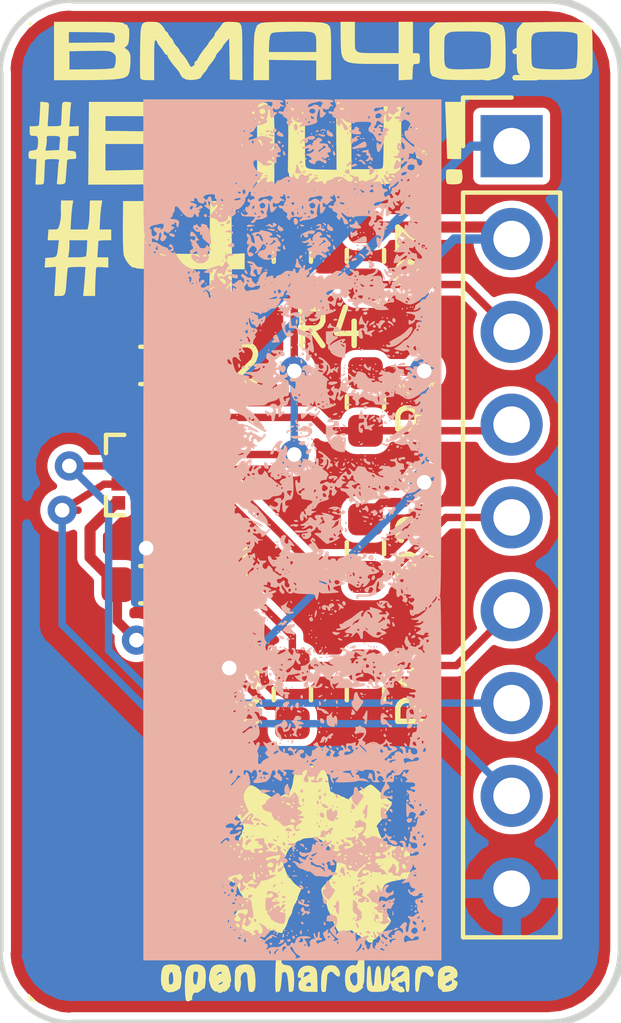
<source format=kicad_pcb>
(kicad_pcb (version 20171130) (host pcbnew "(5.0.0)")
  (layers (0 F.Cu signal) (31 B.Cu signal) (34 B.Paste user) (35 F.Paste user) (36 B.SilkS user hide) (37 F.SilkS user) (38 B.Mask user hide) (39 F.Mask user) (44 Edge.Cuts user hide))
  (net 0 "")
  (net 1 VDD)
  (net 2 GND)
  (net 3 VDDA)
  (net 4 /SDX)
  (net 5 "Net-(U1-Pad4)")
  (net 6 /SDA)
  (net 7 /CSB)
  (net 8 /INT1)
  (net 9 /INT2)
  (net 10 "Net-(U1-Pad11)")
  (net 11 /SCX)
  (module Capacitor_SMD:C_0603_1608Metric (layer F.Cu) (at 158 79)
    (fp_text reference C1 (at 2.202498 -0.510002) (layer F.SilkS))
    (fp_text value 100nF hide)
    (pad 1 smd roundrect (at -0.7875 0) (size 0.875 0.95) (layers F.Cu F.Paste F.Mask) (net 1 VDD))
    (pad 2 smd roundrect (at 0.7875 0) (size 0.875 0.95) (layers F.Cu F.Paste F.Mask) (net 2 GND))
  )
  (module Capacitor_SMD:C_0603_1608Metric (layer F.Cu) (at 158 73)
    (fp_text reference C2 (at 2.202498 -0.020002) (layer F.SilkS))
    (fp_text value 100nF hide)
    (pad 2 smd roundrect (at 0.7875 0) (size 0.875 0.95) (layers F.Cu F.Paste F.Mask) (net 2 GND))
    (pad 1 smd roundrect (at -0.7875 0) (size 0.875 0.95) (layers F.Cu F.Paste F.Mask) (net 3 VDDA))
  )
  (module Package_LGA:LGA-12_2x2mm_P0.5mm (layer F.Cu) (at 158 76 270)
    (fp_text reference U1 (at 0 -1.85 270) (layer F.SilkS))
    (fp_text value BMA400 hide)
    (pad 2 smd rect (at -0.7625 -0.25 270) (size 0.375 0.35) (layers F.Cu F.Paste F.Mask) (net 4 /SDX))
    (pad 3 smd rect (at -0.7625 0.25 270) (size 0.375 0.35) (layers F.Cu F.Paste F.Mask) (net 3 VDDA))
    (pad 9 smd rect (at 0.7625 -0.25 270) (size 0.375 0.35) (layers F.Cu F.Paste F.Mask) (net 2 GND))
    (pad 8 smd rect (at 0.7625 0.25 270) (size 0.375 0.35) (layers F.Cu F.Paste F.Mask) (net 2 GND))
    (pad 4 smd rect (at -0.7625 0.75 270) (size 0.375 0.35) (layers F.Cu F.Paste F.Mask) (net 5 "Net-(U1-Pad4)"))
    (pad 7 smd rect (at 0.7625 0.75 270) (size 0.375 0.35) (layers F.Cu F.Paste F.Mask) (net 1 VDD))
    (pad 1 smd rect (at -0.7625 -0.75 270) (size 0.375 0.35) (layers F.Cu F.Paste F.Mask) (net 6 /SDA))
    (pad 10 smd rect (at 0.7625 -0.75 270) (size 0.375 0.35) (layers F.Cu F.Paste F.Mask) (net 7 /CSB))
    (pad 5 smd rect (at -0.25 0.7625) (size 0.375 0.35) (layers F.Cu F.Paste F.Mask) (net 8 /INT1))
    (pad 6 smd rect (at 0.25 0.7625) (size 0.375 0.35) (layers F.Cu F.Paste F.Mask) (net 9 /INT2))
    (pad 11 smd rect (at 0.25 -0.7625) (size 0.375 0.35) (layers F.Cu F.Paste F.Mask) (net 10 "Net-(U1-Pad11)"))
    (pad 12 smd rect (at -0.25 -0.7625) (size 0.375 0.35) (layers F.Cu F.Paste F.Mask) (net 11 /SCX))
  )
  (module Connector_PinHeader_2.54mm:PinHeader_1x09_P2.54mm_Vertical (layer F.Cu) (at 168 67)
    (fp_text reference J1 (at 0 -2.33) (layer F.SilkS))
    (fp_text value Conn_01x09_Male hide)
    (pad 1 thru_hole rect (at 0 0) (size 1.7 1.7) (drill 1) (layers *.Cu *.Mask) (net 1 VDD))
    (pad 2 thru_hole oval (at 0 2.54) (size 1.7 1.7) (drill 1) (layers *.Cu *.Mask) (net 3 VDDA))
    (pad 3 thru_hole oval (at 0 5.08) (size 1.7 1.7) (drill 1) (layers *.Cu *.Mask) (net 6 /SDA))
    (pad 4 thru_hole oval (at 0 7.62) (size 1.7 1.7) (drill 1) (layers *.Cu *.Mask) (net 4 /SDX))
    (pad 5 thru_hole oval (at 0 10.16) (size 1.7 1.7) (drill 1) (layers *.Cu *.Mask) (net 11 /SCX))
    (pad 6 thru_hole oval (at 0 12.7) (size 1.7 1.7) (drill 1) (layers *.Cu *.Mask) (net 7 /CSB))
    (pad 7 thru_hole oval (at 0 15.24) (size 1.7 1.7) (drill 1) (layers *.Cu *.Mask) (net 8 /INT1))
    (pad 8 thru_hole oval (at 0 17.78) (size 1.7 1.7) (drill 1) (layers *.Cu *.Mask) (net 9 /INT2))
    (pad 9 thru_hole oval (at 0 20.32) (size 1.7 1.7) (drill 1) (layers *.Cu *.Mask) (net 2 GND))
  )
  (module Capacitor_SMD:C_0603_1608Metric (layer F.Cu) (at 164 74 270)
    (fp_text reference R1 (at 0 -1.43 270) (layer F.SilkS))
    (fp_text value 4K7 hide)
    (pad 1 smd roundrect (at -0.7875 0 270) (size 0.875 0.95) (layers F.Cu F.Paste F.Mask) (net 3 VDDA))
    (pad 2 smd roundrect (at 0.7875 0 270) (size 0.875 0.95) (layers F.Cu F.Paste F.Mask) (net 4 /SDX))
  )
  (module Capacitor_SMD:C_0603_1608Metric (layer F.Cu) (at 164 78 270)
    (fp_text reference R2 (at 0 -1.43 270) (layer F.SilkS))
    (fp_text value 4K7 hide)
    (pad 2 smd roundrect (at 0.7875 0 270) (size 0.875 0.95) (layers F.Cu F.Paste F.Mask) (net 11 /SCX))
    (pad 1 smd roundrect (at -0.7875 0 270) (size 0.875 0.95) (layers F.Cu F.Paste F.Mask) (net 3 VDDA))
  )
  (module Capacitor_SMD:C_0603_1608Metric (layer F.Cu) (at 164 70 270)
    (fp_text reference R3 (at 0 -1.43 270) (layer F.SilkS))
    (fp_text value 4K7 hide)
    (pad 1 smd roundrect (at -0.7875 0 270) (size 0.875 0.95) (layers F.Cu F.Paste F.Mask) (net 3 VDDA))
    (pad 2 smd roundrect (at 0.7875 0 270) (size 0.875 0.95) (layers F.Cu F.Paste F.Mask) (net 6 /SDA))
  )
  (module Capacitor_SMD:C_0603_1608Metric (layer F.Cu) (at 162 70 90)
    (fp_text reference R4 (at -2 1 180) (layer F.SilkS))
    (fp_text value 4K7 hide)
    (pad 2 smd roundrect (at 0.7875 0 90) (size 0.875 0.95) (layers F.Cu F.Paste F.Mask) (net 2 GND))
    (pad 1 smd roundrect (at -0.7875 0 90) (size 0.875 0.95) (layers F.Cu F.Paste F.Mask) (net 6 /SDA))
  )
  (module Capacitor_SMD:C_0603_1608Metric (layer F.Cu) (at 162 82 90)
    (fp_text reference R5 (at 0 -1.43 90) (layer F.SilkS))
    (fp_text value 4K7 hide)
    (pad 2 smd roundrect (at 0.7875 0 90) (size 0.875 0.95) (layers F.Cu F.Paste F.Mask) (net 7 /CSB))
    (pad 1 smd roundrect (at -0.7875 0 90) (size 0.875 0.95) (layers F.Cu F.Paste F.Mask) (net 3 VDDA))
  )
  (module Capacitor_SMD:C_0603_1608Metric (layer F.Cu) (at 164 82 270)
    (fp_text reference R6 (at 0 -1.43 270) (layer F.SilkS))
    (fp_text value 4K7 hide)
    (pad 1 smd roundrect (at -0.7875 0 270) (size 0.875 0.95) (layers F.Cu F.Paste F.Mask) (net 7 /CSB))
    (pad 2 smd roundrect (at 0.7875 0 270) (size 0.875 0.95) (layers F.Cu F.Paste F.Mask) (net 2 GND))
  )
  (module ArtWorkAndSilks:topsilk (layer F.Cu) (at 162.5 77)
    (fp_text reference G*** hide)
    (fp_text value LOGO hide)
  )
  (module ArtWorkAndSilks:bottomsilk (layer B.Cu) (at 162 77.5 180)
    (fp_text reference G*** hide)
    (fp_text value LOGO hide)
  )
  (gr_arc (start 156 65) (end 156 63) (angle -90) (layer Edge.Cuts) (width 0.15))
  (gr_arc (start 156 89) (end 154 89) (angle -90) (layer Edge.Cuts) (width 0.15))
  (gr_arc (start 169 65) (end 171 65) (angle -90) (layer Edge.Cuts) (width 0.2))
  (gr_arc (start 169 89) (end 169 91) (angle -90) (layer Edge.Cuts) (width 0.2))
  (gr_line (start 154 89) (end 154 65) (layer Edge.Cuts) (width 0.2))
  (gr_line (start 169 91) (end 156 91) (layer Edge.Cuts) (width 0.2))
  (gr_line (start 171 65) (end 171 89) (layer Edge.Cuts) (width 0.2))
  (gr_line (start 156 63) (end 169 63) (layer Edge.Cuts) (width 0.2))
  (segment (start 157.2125 79) (end 156.464 78.2515) (width 0.3048) (layer F.Cu) (net 1))
  (segment (start 156.464 78.2515) (end 156.464 77.47) (width 0.3048) (layer F.Cu) (net 1))
  (segment (start 157.156599 76.777401) (end 157.222599 76.777401) (width 0.3048) (layer F.Cu) (net 1))
  (segment (start 156.464 77.47) (end 157.156599 76.777401) (width 0.3048) (layer F.Cu) (net 1))
  (segment (start 166.896 67) (end 160.02 73.876) (width 0.254) (layer B.Cu) (net 1))
  (segment (start 168 67) (end 166.896 67) (width 0.254) (layer B.Cu) (net 1))
  (segment (start 160.02 73.876) (end 160.02 79.502) (width 0.254) (layer B.Cu) (net 1))
  (segment (start 160.02 79.502) (end 159.004 80.518) (width 0.254) (layer B.Cu) (net 1))
  (segment (start 159.004 80.518) (end 157.734 80.518) (width 0.254) (layer B.Cu) (net 1))
  (via (at 157.734 80.518) (size 0.8) (drill 0.4) (layers F.Cu B.Cu) (net 1))
  (segment (start 157.2125 79.9965) (end 157.734 80.518) (width 0.254) (layer F.Cu) (net 1))
  (segment (start 157.2125 79) (end 157.2125 79.9965) (width 0.254) (layer F.Cu) (net 1))
  (via (at 158 78) (size 0.8) (drill 0.4) (layers F.Cu B.Cu) (net 2))
  (segment (start 167.6725 69.2125) (end 168 69.54) (width 0.3048) (layer F.Cu) (net 3))
  (segment (start 164 69.2125) (end 167.6725 69.2125) (width 0.3048) (layer F.Cu) (net 3))
  (segment (start 157.2125 73.575) (end 157.734 74.0965) (width 0.254) (layer F.Cu) (net 3))
  (segment (start 157.2125 73) (end 157.2125 73.575) (width 0.254) (layer F.Cu) (net 3))
  (segment (start 157.734 74.0965) (end 157.734 74.93) (width 0.254) (layer F.Cu) (net 3))
  (segment (start 164.461612 76.750888) (end 165.057112 76.750888) (width 0.254) (layer F.Cu) (net 3))
  (segment (start 164 77.2125) (end 164.461612 76.750888) (width 0.254) (layer F.Cu) (net 3))
  (segment (start 165.057112 76.750888) (end 165.608 76.2) (width 0.254) (layer F.Cu) (net 3))
  (segment (start 164.575 73.2125) (end 164.6355 73.152) (width 0.254) (layer F.Cu) (net 3))
  (segment (start 164 73.2125) (end 164.575 73.2125) (width 0.254) (layer F.Cu) (net 3))
  (segment (start 164.6355 73.152) (end 165.608 73.152) (width 0.254) (layer F.Cu) (net 3))
  (segment (start 157.2125 68.8475) (end 157.2125 73) (width 0.254) (layer F.Cu) (net 3))
  (segment (start 157.988 68.072) (end 157.2125 68.8475) (width 0.254) (layer F.Cu) (net 3))
  (segment (start 163.397 68.072) (end 157.988 68.072) (width 0.254) (layer F.Cu) (net 3))
  (segment (start 164 69.2125) (end 164 68.675) (width 0.254) (layer F.Cu) (net 3))
  (segment (start 164 68.675) (end 163.397 68.072) (width 0.254) (layer F.Cu) (net 3))
  (segment (start 165.608 73.152) (end 165.608 73.152) (width 0.254) (layer F.Cu) (net 3))
  (via (at 165.608 73.152) (size 0.8) (drill 0.4) (layers F.Cu B.Cu) (net 3))
  (segment (start 165.608 76.2) (end 165.608 76.2) (width 0.254) (layer F.Cu) (net 3))
  (via (at 165.608 76.2) (size 0.8) (drill 0.4) (layers F.Cu B.Cu) (net 3))
  (segment (start 165.608 73.152) (end 165.608 76.2) (width 0.254) (layer B.Cu) (net 3))
  (segment (start 165.608 73.152) (end 165.608 70.358) (width 0.254) (layer B.Cu) (net 3))
  (segment (start 166.426 69.54) (end 168 69.54) (width 0.254) (layer B.Cu) (net 3))
  (segment (start 165.608 70.358) (end 166.426 69.54) (width 0.254) (layer B.Cu) (net 3))
  (segment (start 157.734 75.2215) (end 157.75 75.2375) (width 0.2032) (layer F.Cu) (net 3))
  (segment (start 157.734 74.93) (end 157.734 75.2215) (width 0.2032) (layer F.Cu) (net 3))
  (segment (start 161.538388 82.325888) (end 161.319888 82.325888) (width 0.2032) (layer F.Cu) (net 3))
  (segment (start 162 82.7875) (end 161.538388 82.325888) (width 0.2032) (layer F.Cu) (net 3))
  (segment (start 161.319888 82.325888) (end 160.274 81.28) (width 0.2032) (layer F.Cu) (net 3))
  (segment (start 165.608 76.2) (end 160.528 81.28) (width 0.2032) (layer B.Cu) (net 3))
  (segment (start 160.528 81.28) (end 160.274 81.28) (width 0.2032) (layer B.Cu) (net 3))
  (segment (start 160.274 81.28) (end 160.274 81.28) (width 0.2032) (layer F.Cu) (net 3))
  (via (at 160.274 81.28) (size 0.8) (drill 0.4) (layers F.Cu B.Cu) (net 3))
  (segment (start 167.8325 74.7875) (end 168 74.62) (width 0.2032) (layer F.Cu) (net 4))
  (segment (start 164 74.7875) (end 167.8325 74.7875) (width 0.2032) (layer F.Cu) (net 4))
  (segment (start 158.25 74.8468) (end 158.242 74.8388) (width 0.2032) (layer F.Cu) (net 4))
  (segment (start 158.25 75.2375) (end 158.25 74.8468) (width 0.2032) (layer F.Cu) (net 4))
  (segment (start 158.242 74.8388) (end 158.242 74.676) (width 0.2032) (layer F.Cu) (net 4))
  (segment (start 158.242 74.676) (end 158.496 74.422) (width 0.2032) (layer F.Cu) (net 4))
  (segment (start 158.496 74.422) (end 162.56 74.422) (width 0.2032) (layer F.Cu) (net 4))
  (segment (start 162.9255 74.7875) (end 164 74.7875) (width 0.2032) (layer F.Cu) (net 4))
  (segment (start 162.56 74.422) (end 162.9255 74.7875) (width 0.2032) (layer F.Cu) (net 4))
  (segment (start 166.7075 70.7875) (end 164 70.7875) (width 0.2032) (layer F.Cu) (net 6))
  (segment (start 168 72.08) (end 166.7075 70.7875) (width 0.2032) (layer F.Cu) (net 6))
  (segment (start 164 70.7875) (end 162 70.7875) (width 0.2032) (layer F.Cu) (net 6))
  (segment (start 162 71.325) (end 162.052 71.377) (width 0.2032) (layer F.Cu) (net 6))
  (segment (start 162 70.7875) (end 162 71.325) (width 0.2032) (layer F.Cu) (net 6))
  (segment (start 162.052 71.377) (end 162.052 73.152) (width 0.2032) (layer F.Cu) (net 6))
  (segment (start 162.052 73.152) (end 162.052 73.152) (width 0.2032) (layer F.Cu) (net 6))
  (via (at 162.052 73.152) (size 0.8) (drill 0.4) (layers F.Cu B.Cu) (net 6))
  (segment (start 159.881725 75.2375) (end 160.082225 75.438) (width 0.2032) (layer F.Cu) (net 6))
  (segment (start 158.75 75.2375) (end 159.881725 75.2375) (width 0.2032) (layer F.Cu) (net 6))
  (segment (start 160.082225 75.438) (end 162.052 75.438) (width 0.2032) (layer F.Cu) (net 6))
  (segment (start 162.052 75.438) (end 162.052 75.438) (width 0.2032) (layer F.Cu) (net 6))
  (via (at 162.052 75.438) (size 0.8) (drill 0.4) (layers F.Cu B.Cu) (net 6))
  (segment (start 162.052 73.152) (end 162.052 75.438) (width 0.2032) (layer B.Cu) (net 6))
  (segment (start 166.4875 81.2125) (end 164 81.2125) (width 0.2032) (layer F.Cu) (net 7))
  (segment (start 168 79.7) (end 166.4875 81.2125) (width 0.2032) (layer F.Cu) (net 7))
  (segment (start 164 81.2125) (end 162 81.2125) (width 0.2032) (layer F.Cu) (net 7))
  (segment (start 162 80.675) (end 162 81.2125) (width 0.2032) (layer F.Cu) (net 7))
  (segment (start 162 80.4032) (end 162 80.675) (width 0.2032) (layer F.Cu) (net 7))
  (segment (start 158.75 77.1532) (end 162 80.4032) (width 0.2032) (layer F.Cu) (net 7))
  (segment (start 158.75 76.7625) (end 158.75 77.1532) (width 0.2032) (layer F.Cu) (net 7))
  (segment (start 157.2375 75.75) (end 155.898 75.75) (width 0.2032) (layer F.Cu) (net 8))
  (segment (start 155.898 75.75) (end 155.702 75.946) (width 0.2032) (layer F.Cu) (net 8))
  (segment (start 155.898 75.75) (end 155.898 75.75) (width 0.2032) (layer F.Cu) (net 8))
  (via (at 155.898 75.75) (size 0.8) (drill 0.4) (layers F.Cu B.Cu) (net 8))
  (segment (start 158.41763 82.24) (end 156.972 80.79437) (width 0.2032) (layer B.Cu) (net 8))
  (segment (start 168 82.24) (end 158.41763 82.24) (width 0.2032) (layer B.Cu) (net 8))
  (segment (start 156.972 76.824) (end 155.898 75.75) (width 0.2032) (layer B.Cu) (net 8))
  (segment (start 156.972 80.79437) (end 156.972 76.824) (width 0.2032) (layer B.Cu) (net 8))
  (segment (start 156.8468 76.25) (end 155.702 76.962) (width 0.2032) (layer F.Cu) (net 9))
  (segment (start 157.2375 76.25) (end 156.8468 76.25) (width 0.2032) (layer F.Cu) (net 9))
  (segment (start 156.1348 76.962) (end 155.702 76.962) (width 0.2032) (layer F.Cu) (net 9))
  (segment (start 155.702 76.962) (end 156.1348 76.962) (width 0.2032) (layer F.Cu) (net 9))
  (via (at 155.702 76.962) (size 0.8) (drill 0.4) (layers F.Cu B.Cu) (net 9))
  (segment (start 155.702 80.094594) (end 158.411406 82.804) (width 0.2032) (layer B.Cu) (net 9))
  (segment (start 155.702 76.962) (end 155.702 80.094594) (width 0.2032) (layer B.Cu) (net 9))
  (segment (start 166.024 82.804) (end 168 84.78) (width 0.2032) (layer B.Cu) (net 9))
  (segment (start 158.411406 82.804) (end 166.024 82.804) (width 0.2032) (layer B.Cu) (net 9))
  (segment (start 166.2025 77.16) (end 168 77.16) (width 0.2032) (layer F.Cu) (net 11))
  (segment (start 164 78.7875) (end 164.575 78.7875) (width 0.2032) (layer F.Cu) (net 11))
  (segment (start 164.575 78.7875) (end 166.2025 77.16) (width 0.2032) (layer F.Cu) (net 11))
  (segment (start 159.824 75.75) (end 158.7625 75.75) (width 0.2032) (layer F.Cu) (net 11))
  (segment (start 162.399888 78.325888) (end 159.824 75.75) (width 0.2032) (layer F.Cu) (net 11))
  (segment (start 164 78.7875) (end 163.538388 78.325888) (width 0.2032) (layer F.Cu) (net 11))
  (segment (start 163.538388 78.325888) (end 162.399888 78.325888) (width 0.2032) (layer F.Cu) (net 11))
  (zone (net 2) (net_name GND) (layer F.Cu) (connect_pads yes (clearance 0.2)) (min_thickness 0.2) (fill yes (arc_segments 32) (thermal_gap 0.508) (thermal_bridge_width 0.508) (smoothing fillet))
    (polygon (pts (xy 154 63) (xy 171 63) (xy 171 91) (xy 154 91) (xy 154 90)))
  )
  (zone (net 2) (net_name GND) (layer B.Cu) (connect_pads (clearance 0.508)) (min_thickness 0.254) (fill yes (arc_segments 16) (thermal_gap 0.508) (thermal_bridge_width 0.508))
    (polygon (pts (xy 171 91) (xy 171 63) (xy 154 63) (xy 154 91)))
  )
)
</source>
